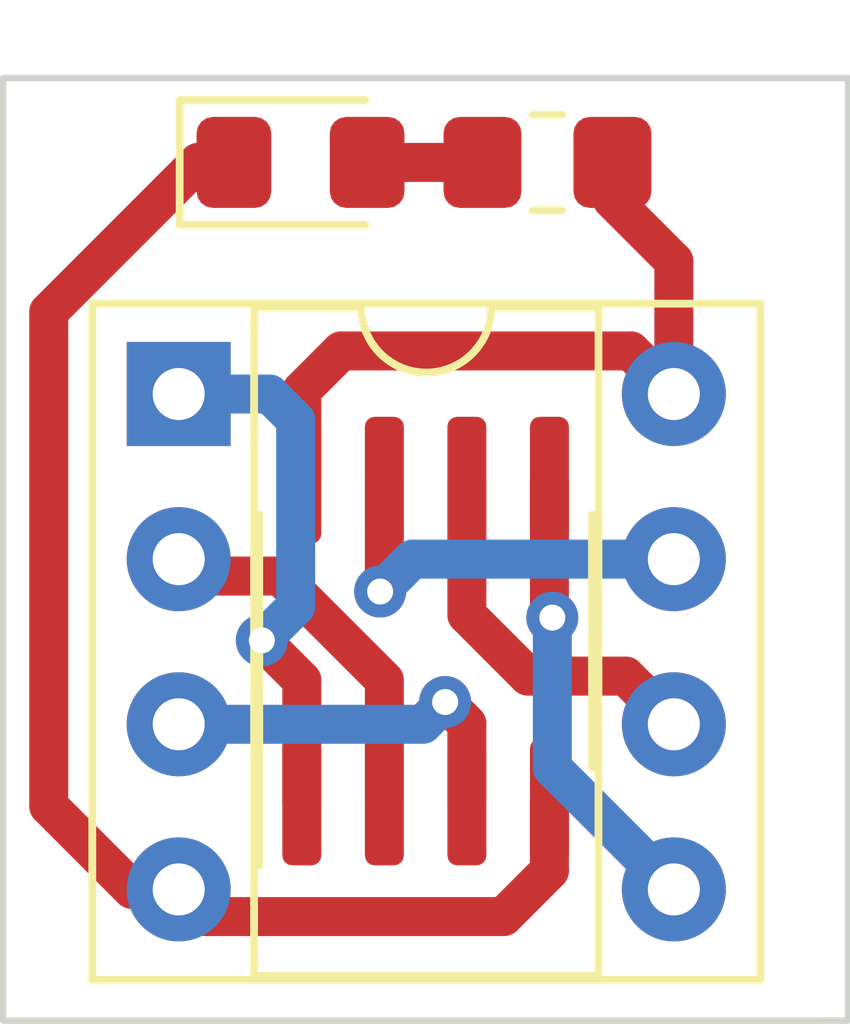
<source format=kicad_pcb>
(kicad_pcb (version 20221018) (generator pcbnew)
  (layers (0 "F.Cu" signal) (31 "B.Cu" signal) (34 "B.Paste" user) (35 "F.Paste" user) (36 "B.SilkS" user "B.Silkscreen") (37 "F.SilkS" user "F.Silkscreen") (38 "B.Mask" user) (39 "F.Mask" user) (44 "Edge.Cuts" user))
  (net 0 "")
  (net 1 "1")
  (net 2 "2")
  (net 3 "3")
  (net 4 "4")
  (net 5 "5")
  (net 6 "6")
  (net 7 "7")
  (net 8 "8")
  (net 9 "Net-(D1-Pad2)")
  (footprint "Package_DIP:DIP-8_W7.62mm_Socket" (layer "F.Cu") (at 138.2 100.862501)
    (fp_text reference "U1" hide)
    (fp_text value "OPA2134" hide)
    (fp_line (start -1.33 -1.39) (end -1.33 9.01) (stroke (width 0.12)) (layer "F.SilkS"))
    (fp_line (start -1.33 9.01) (end 8.95 9.01) (stroke (width 0.12)) (layer "F.SilkS"))
    (fp_line (start 1.16 -1.33) (end 1.16 8.95) (stroke (width 0.12)) (layer "F.SilkS"))
    (fp_line (start 1.16 8.95) (end 6.46 8.95) (stroke (width 0.12)) (layer "F.SilkS"))
    (fp_line (start 2.81 -1.33) (end 1.16 -1.33) (stroke (width 0.12)) (layer "F.SilkS"))
    (fp_line (start 6.46 -1.33) (end 4.81 -1.33) (stroke (width 0.12)) (layer "F.SilkS"))
    (fp_line (start 6.46 8.95) (end 6.46 -1.33) (stroke (width 0.12)) (layer "F.SilkS"))
    (fp_line (start 8.95 -1.39) (end -1.33 -1.39) (stroke (width 0.12)) (layer "F.SilkS"))
    (fp_line (start 8.95 9.01) (end 8.95 -1.39) (stroke (width 0.12)) (layer "F.SilkS"))
    (fp_arc (start 4.81 -1.33) (mid 3.81 -0.33) (end 2.81 -1.33) (stroke (width 0.12)) (layer "F.SilkS"))
    (pad "1" thru_hole rect (at 0 0) (size 1.6 1.6) (drill 0.8) (layers "*.Cu" "*.Mask") (net 1 "1"))
    (pad "2" thru_hole oval (at 0 2.54) (size 1.6 1.6) (drill 0.8) (layers "*.Cu" "*.Mask") (net 2 "2"))
    (pad "3" thru_hole oval (at 0 5.08) (size 1.6 1.6) (drill 0.8) (layers "*.Cu" "*.Mask") (net 3 "3"))
    (pad "4" thru_hole oval (at 0 7.62) (size 1.6 1.6) (drill 0.8) (layers "*.Cu" "*.Mask") (net 4 "4"))
    (pad "5" thru_hole oval (at 7.62 7.62) (size 1.6 1.6) (drill 0.8) (layers "*.Cu" "*.Mask") (net 5 "5"))
    (pad "6" thru_hole oval (at 7.62 5.08) (size 1.6 1.6) (drill 0.8) (layers "*.Cu" "*.Mask") (net 6 "6"))
    (pad "7" thru_hole oval (at 7.62 2.54) (size 1.6 1.6) (drill 0.8) (layers "*.Cu" "*.Mask") (net 7 "7"))
    (pad "8" thru_hole oval (at 7.62 0) (size 1.6 1.6) (drill 0.8) (layers "*.Cu" "*.Mask") (net 8 "8"))
  )
  (footprint "Package_SO:SOIC-8_3.9x4.9mm_P1.27mm" (layer "F.Cu") (at 142 104.662501 90)
    (fp_text reference "U2" hide)
    (fp_text value "OPA2134")
    (fp_line (start 0 -2.56) (end -3.45 -2.56) (stroke (width 0.12)) (layer "F.SilkS"))
    (fp_line (start 0 -2.56) (end 1.95 -2.56) (stroke (width 0.12)) (layer "F.SilkS"))
    (fp_line (start 0 2.56) (end -1.95 2.56) (stroke (width 0.12)) (layer "F.SilkS"))
    (fp_line (start 0 2.56) (end 1.95 2.56) (stroke (width 0.12)) (layer "F.SilkS"))
    (pad "1" smd roundrect (at -2.475 -1.905 90) (size 1.95 0.6) (layers "F.Cu" "F.Paste" "F.Mask") (net 1 "1"))
    (pad "2" smd roundrect (at -2.475 -0.635 90) (size 1.95 0.6) (layers "F.Cu" "F.Paste" "F.Mask") (net 2 "2"))
    (pad "3" smd roundrect (at -2.475 0.635 90) (size 1.95 0.6) (layers "F.Cu" "F.Paste" "F.Mask") (net 3 "3"))
    (pad "4" smd roundrect (at -2.475 1.905 90) (size 1.95 0.6) (layers "F.Cu" "F.Paste" "F.Mask") (net 4 "4"))
    (pad "5" smd roundrect (at 2.475 1.905 90) (size 1.95 0.6) (layers "F.Cu" "F.Paste" "F.Mask") (net 5 "5"))
    (pad "6" smd roundrect (at 2.475 0.635 90) (size 1.95 0.6) (layers "F.Cu" "F.Paste" "F.Mask") (net 6 "6"))
    (pad "7" smd roundrect (at 2.475 -0.635 90) (size 1.95 0.6) (layers "F.Cu" "F.Paste" "F.Mask") (net 7 "7"))
    (pad "8" smd roundrect (at 2.475 -1.905 90) (size 1.95 0.6) (layers "F.Cu" "F.Paste" "F.Mask") (net 8 "8"))
  )
  (footprint "Resistor_SMD:R_0805_2012Metric_Pad1.20x1.40mm_HandSolder" (layer "F.Cu") (at 143.875 97.3 180)
    (fp_text reference "R1" hide)
    (fp_text value "6.5K")
    (fp_line (start -0.227064 -0.735) (end 0.227064 -0.735) (stroke (width 0.12)) (layer "F.SilkS"))
    (fp_line (start -0.227064 0.735) (end 0.227064 0.735) (stroke (width 0.12)) (layer "F.SilkS"))
    (pad "1" smd roundrect (at -1 0 180) (size 1.2 1.4) (layers "F.Cu" "F.Paste" "F.Mask") (roundrect_rratio 0.2083333333) (net 8 "8"))
    (pad "2" smd roundrect (at 1 0 180) (size 1.2 1.4) (layers "F.Cu" "F.Paste" "F.Mask") (roundrect_rratio 0.2083333333) (net 9 "Net-(D1-Pad2)"))
  )
  (footprint "LED_SMD:LED_0805_2012Metric_Pad1.15x1.40mm_HandSolder" (layer "F.Cu") (at 140.075 97.3)
    (fp_text reference "D1" hide)
    (fp_text value "LED" hide)
    (fp_line (start -1.86 -0.96) (end -1.86 0.96) (stroke (width 0.12)) (layer "F.SilkS"))
    (fp_line (start -1.86 0.96) (end 1 0.96) (stroke (width 0.12)) (layer "F.SilkS"))
    (fp_line (start 1 -0.96) (end -1.86 -0.96) (stroke (width 0.12)) (layer "F.SilkS"))
    (pad "1" smd roundrect (at -1.025 0) (size 1.15 1.4) (layers "F.Cu" "F.Paste" "F.Mask") (roundrect_rratio 0.2173913043) (net 4 "4"))
    (pad "2" smd roundrect (at 1.025 0) (size 1.15 1.4) (layers "F.Cu" "F.Paste" "F.Mask") (roundrect_rratio 0.2173913043) (net 9 "Net-(D1-Pad2)"))
  )
  (gr_line (start 148 110.5) (end 135.5 110.5) (stroke (width 0.1)) (layer "Edge.Cuts"))
  (gr_line (start 135.5 110.5) (end 135.5 96) (stroke (width 0.1)) (layer "Edge.Cuts"))
  (gr_line (start 135.5 96) (end 148.5 96) (stroke (width 0.1)) (layer "Edge.Cuts"))
  (gr_line (start 148 110.5) (end 148.5 110.5) (stroke (width 0.1)) (layer "Edge.Cuts"))
  (gr_line (start 148.5 96) (end 148.5 110.5) (stroke (width 0.1)) (layer "Edge.Cuts"))
  (segment (start 140.095 107.137501) (end 140.095 105.267086) (width 0.6) (layer "F.Cu") (net 1))
  (segment (start 140.095 105.267086) (end 139.479443 104.651529) (width 0.6) (layer "F.Cu") (net 1))
  (via (at 139.479443 104.651529) (size 0.8) (drill 0.4) (layers "F.Cu" "B.Cu") (net 1))
  (segment (start 140 104.130972) (end 139.479443 104.651529) (width 0.6) (layer "B.Cu") (net 1))
  (segment (start 140 101.262501) (end 140 104.130972) (width 0.6) (layer "B.Cu") (net 1))
  (segment (start 138.2 100.862501) (end 139.6 100.862501) (width 0.6) (layer "B.Cu") (net 1))
  (segment (start 139.6 100.862501) (end 140 101.262501) (width 0.6) (layer "B.Cu") (net 1))
  (segment (start 138.46 103.662501) (end 138.2 103.402501) (width 0.6) (layer "F.Cu") (net 2))
  (segment (start 141.365 105.265) (end 139.762501 103.662501) (width 0.6) (layer "F.Cu") (net 2))
  (segment (start 141.365 107.137501) (end 141.365 105.265) (width 0.6) (layer "F.Cu") (net 2))
  (segment (start 139.762501 103.662501) (end 138.46 103.662501) (width 0.6) (layer "F.Cu") (net 2))
  (segment (start 142.635 105.935) (end 142.3 105.6) (width 0.6) (layer "F.Cu") (net 3))
  (segment (start 142.635 107.137501) (end 142.635 105.935) (width 0.6) (layer "F.Cu") (net 3))
  (via (at 142.3 105.6) (size 0.8) (drill 0.4) (layers "F.Cu" "B.Cu") (net 3))
  (segment (start 141.957499 105.942501) (end 138.2 105.942501) (width 0.6) (layer "B.Cu") (net 3))
  (segment (start 142.3 105.6) (end 141.957499 105.942501) (width 0.6) (layer "B.Cu") (net 3))
  (segment (start 143.2 108.9) (end 138.617499 108.9) (width 0.6) (layer "F.Cu") (net 4))
  (segment (start 136.2 107.2) (end 137.482501 108.482501) (width 0.6) (layer "F.Cu") (net 4))
  (segment (start 138.617499 108.9) (end 138.2 108.482501) (width 0.6) (layer "F.Cu") (net 4))
  (segment (start 139.05 97.3) (end 138.5 97.3) (width 0.6) (layer "F.Cu") (net 4))
  (segment (start 143.905 108.195) (end 143.2 108.9) (width 0.6) (layer "F.Cu") (net 4))
  (segment (start 138.5 97.3) (end 136.2 99.6) (width 0.6) (layer "F.Cu") (net 4))
  (segment (start 143.905 107.137501) (end 143.905 108.195) (width 0.6) (layer "F.Cu") (net 4))
  (segment (start 136.2 99.6) (end 136.2 107.2) (width 0.6) (layer "F.Cu") (net 4))
  (segment (start 137.482501 108.482501) (end 138.2 108.482501) (width 0.6) (layer "F.Cu") (net 4))
  (segment (start 143.905 104.257067) (end 143.949934 104.302001) (width 0.6) (layer "F.Cu") (net 5))
  (segment (start 143.905 102.187501) (end 143.905 104.257067) (width 0.6) (layer "F.Cu") (net 5))
  (via (at 143.949934 104.302001) (size 0.8) (drill 0.4) (layers "F.Cu" "B.Cu") (net 5))
  (segment (start 145.82 108.482501) (end 143.949934 106.612435) (width 0.6) (layer "B.Cu") (net 5))
  (segment (start 143.949934 106.612435) (end 143.949934 104.302001) (width 0.6) (layer "B.Cu") (net 5))
  (segment (start 142.635 104.259153) (end 143.577348 105.201501) (width 0.6) (layer "F.Cu") (net 6))
  (segment (start 145.079 105.201501) (end 145.82 105.942501) (width 0.6) (layer "F.Cu") (net 6))
  (segment (start 143.577348 105.201501) (end 145.079 105.201501) (width 0.6) (layer "F.Cu") (net 6))
  (segment (start 142.635 102.187501) (end 142.635 104.259153) (width 0.6) (layer "F.Cu") (net 6))
  (segment (start 141.365 103.835) (end 141.3 103.9) (width 0.6) (layer "F.Cu") (net 7))
  (segment (start 141.365 102.187501) (end 141.365 103.835) (width 0.6) (layer "F.Cu") (net 7))
  (via (at 141.3 103.9) (size 0.8) (drill 0.4) (layers "F.Cu" "B.Cu") (net 7))
  (segment (start 145.82 103.402501) (end 141.797499 103.402501) (width 0.6) (layer "B.Cu") (net 7))
  (segment (start 141.797499 103.402501) (end 141.3 103.9) (width 0.6) (layer "B.Cu") (net 7))
  (segment (start 144.875 97.875) (end 145.82 98.82) (width 0.6) (layer "F.Cu") (net 8))
  (segment (start 144.875 97.3) (end 144.875 97.875) (width 0.6) (layer "F.Cu") (net 8))
  (segment (start 145.82 98.82) (end 145.82 100.862501) (width 0.6) (layer "F.Cu") (net 8))
  (segment (start 140.095 102.187501) (end 140.095 100.805) (width 0.6) (layer "F.Cu") (net 8))
  (segment (start 145.157499 100.2) (end 145.82 100.862501) (width 0.6) (layer "F.Cu") (net 8))
  (segment (start 140.095 100.805) (end 140.7 100.2) (width 0.6) (layer "F.Cu") (net 8))
  (segment (start 140.7 100.2) (end 145.157499 100.2) (width 0.6) (layer "F.Cu") (net 8))
  (segment (start 142.875 97.3) (end 141.1 97.3) (width 0.6) (layer "F.Cu") (net 9))
)
</source>
